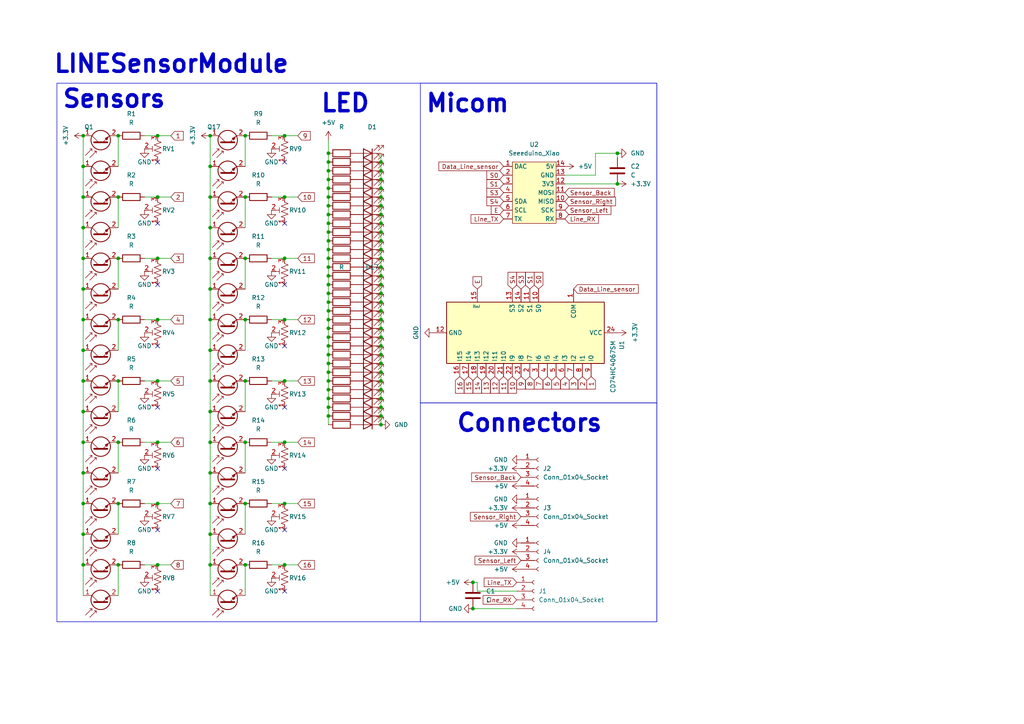
<source format=kicad_sch>
(kicad_sch (version 20230121) (generator eeschema)
  (paper "A4")
  (junction (at 60.96 137.16))
  (junction (at 110.49 74.93))
  (junction (at 110.49 80.01))
  (junction (at 137.16 168.91))
  (junction (at 95.25 90.17))
  (junction (at 110.49 90.17))
  (junction (at 110.49 87.63))
  (junction (at 95.25 54.61))
  (junction (at 60.96 154.94))
  (junction (at 24.13 83.82))
  (junction (at 82.55 110.49))
  (junction (at 71.12 74.93))
  (junction (at 45.72 57.15))
  (junction (at 179.07 44.45))
  (junction (at 71.12 128.27))
  (junction (at 110.49 57.15))
  (junction (at 95.25 102.87))
  (junction (at 45.72 163.83))
  (junction (at 110.49 49.53))
  (junction (at 24.13 110.49))
  (junction (at 82.55 128.27))
  (junction (at 45.72 110.49))
  (junction (at 60.96 48.26))
  (junction (at 24.13 163.83))
  (junction (at 45.72 146.05))
  (junction (at 110.49 100.33))
  (junction (at 95.25 67.31))
  (junction (at 24.13 146.05))
  (junction (at 110.49 107.95))
  (junction (at 60.96 101.6))
  (junction (at 82.55 146.05))
  (junction (at 95.25 82.55))
  (junction (at 71.12 57.15))
  (junction (at 110.49 85.09))
  (junction (at 24.13 128.27))
  (junction (at 71.12 146.05))
  (junction (at 95.25 80.01))
  (junction (at 45.72 74.93))
  (junction (at 82.55 74.93))
  (junction (at 82.55 163.83))
  (junction (at 110.49 118.11))
  (junction (at 95.25 115.57))
  (junction (at 95.25 74.93))
  (junction (at 95.25 95.25))
  (junction (at 24.13 39.37))
  (junction (at 110.49 123.19))
  (junction (at 95.25 92.71))
  (junction (at 60.96 39.37))
  (junction (at 95.25 118.11))
  (junction (at 95.25 69.85))
  (junction (at 60.96 163.83))
  (junction (at 110.49 113.03))
  (junction (at 34.29 74.93))
  (junction (at 24.13 48.26))
  (junction (at 110.49 102.87))
  (junction (at 95.25 44.45))
  (junction (at 110.49 52.07))
  (junction (at 110.49 105.41))
  (junction (at 95.25 46.99))
  (junction (at 95.25 120.65))
  (junction (at 110.49 69.85))
  (junction (at 110.49 54.61))
  (junction (at 95.25 49.53))
  (junction (at 95.25 105.41))
  (junction (at 95.25 57.15))
  (junction (at 34.29 57.15))
  (junction (at 45.72 128.27))
  (junction (at 95.25 107.95))
  (junction (at 82.55 92.71))
  (junction (at 45.72 39.37))
  (junction (at 24.13 119.38))
  (junction (at 95.25 77.47))
  (junction (at 24.13 137.16))
  (junction (at 110.49 59.69))
  (junction (at 110.49 95.25))
  (junction (at 34.29 128.27))
  (junction (at 71.12 92.71))
  (junction (at 71.12 39.37))
  (junction (at 110.49 77.47))
  (junction (at 60.96 57.15))
  (junction (at 71.12 163.83))
  (junction (at 110.49 97.79))
  (junction (at 82.55 57.15))
  (junction (at 95.25 110.49))
  (junction (at 110.49 67.31))
  (junction (at 34.29 92.71))
  (junction (at 24.13 154.94))
  (junction (at 34.29 163.83))
  (junction (at 110.49 110.49))
  (junction (at 95.25 62.23))
  (junction (at 95.25 97.79))
  (junction (at 95.25 59.69))
  (junction (at 82.55 39.37))
  (junction (at 71.12 110.49))
  (junction (at 24.13 74.93))
  (junction (at 110.49 92.71))
  (junction (at 60.96 146.05))
  (junction (at 95.25 64.77))
  (junction (at 110.49 64.77))
  (junction (at 110.49 115.57))
  (junction (at 60.96 119.38))
  (junction (at 110.49 82.55))
  (junction (at 95.25 85.09))
  (junction (at 110.49 62.23))
  (junction (at 34.29 146.05))
  (junction (at 95.25 87.63))
  (junction (at 24.13 57.15))
  (junction (at 60.96 92.71))
  (junction (at 179.07 53.34))
  (junction (at 137.16 176.53))
  (junction (at 34.29 39.37))
  (junction (at 95.25 113.03))
  (junction (at 95.25 72.39))
  (junction (at 45.72 92.71))
  (junction (at 110.49 72.39))
  (junction (at 60.96 83.82))
  (junction (at 24.13 92.71))
  (junction (at 110.49 46.99))
  (junction (at 95.25 100.33))
  (junction (at 95.25 52.07))
  (junction (at 60.96 128.27))
  (junction (at 24.13 101.6))
  (junction (at 60.96 74.93))
  (junction (at 24.13 66.04))
  (junction (at 34.29 110.49))
  (junction (at 60.96 66.04))
  (junction (at 60.96 110.49))
  (junction (at 110.49 120.65))
  (no_connect (at 82.55 118.11))
  (no_connect (at 82.55 82.55))
  (no_connect (at 82.55 46.99))
  (no_connect (at 82.55 153.67))
  (no_connect (at 82.55 100.33))
  (no_connect (at 45.72 153.67))
  (no_connect (at 45.72 82.55))
  (no_connect (at 45.72 118.11))
  (no_connect (at 45.72 135.89))
  (no_connect (at 45.72 100.33))
  (no_connect (at 45.72 171.45))
  (no_connect (at 82.55 64.77))
  (no_connect (at 45.72 64.77))
  (no_connect (at 82.55 171.45))
  (no_connect (at 45.72 46.99))
  (no_connect (at 82.55 135.89))
  (wire (pts (xy 60.96 48.26) (xy 60.96 57.15)))
  (wire (pts (xy 34.29 57.15) (xy 34.29 66.04)))
  (wire (pts (xy 71.12 146.05) (xy 71.12 154.94)))
  (wire (pts (xy 110.49 72.39) (xy 110.49 74.93)))
  (wire (pts (xy 24.13 66.04) (xy 24.13 74.93)))
  (wire (pts (xy 110.49 69.85) (xy 110.49 72.39)))
  (wire (pts (xy 110.49 46.99) (xy 110.49 49.53)))
  (wire (pts (xy 82.55 146.05) (xy 86.36 146.05)))
  (wire (pts (xy 24.13 163.83) (xy 24.13 172.72)))
  (wire (pts (xy 60.96 57.15) (xy 60.96 66.04)))
  (wire (pts (xy 60.96 154.94) (xy 60.96 163.83)))
  (wire (pts (xy 60.96 146.05) (xy 60.96 154.94)))
  (wire (pts (xy 34.29 110.49) (xy 34.29 119.38)))
  (wire (pts (xy 71.12 74.93) (xy 71.12 83.82)))
  (wire (pts (xy 110.49 52.07) (xy 110.49 54.61)))
  (wire (pts (xy 41.91 146.05) (xy 45.72 146.05)))
  (wire (pts (xy 110.49 49.53) (xy 110.49 52.07)))
  (wire (pts (xy 41.91 57.15) (xy 45.72 57.15)))
  (wire (pts (xy 34.29 39.37) (xy 34.29 48.26)))
  (wire (pts (xy 60.96 74.93) (xy 60.96 83.82)))
  (wire (pts (xy 95.25 90.17) (xy 95.25 92.71)))
  (wire (pts (xy 24.13 48.26) (xy 24.13 57.15)))
  (wire (pts (xy 110.49 90.17) (xy 110.49 92.71)))
  (wire (pts (xy 24.13 39.37) (xy 24.13 48.26)))
  (wire (pts (xy 41.91 92.71) (xy 45.72 92.71)))
  (wire (pts (xy 137.16 168.91) (xy 138.43 168.91)))
  (wire (pts (xy 110.49 118.11) (xy 110.49 120.65)))
  (wire (pts (xy 34.29 163.83) (xy 34.29 172.72)))
  (wire (pts (xy 60.96 137.16) (xy 60.96 146.05)))
  (wire (pts (xy 24.13 57.15) (xy 24.13 66.04)))
  (wire (pts (xy 110.49 115.57) (xy 110.49 118.11)))
  (wire (pts (xy 110.49 95.25) (xy 110.49 92.71)))
  (wire (pts (xy 110.49 67.31) (xy 110.49 69.85)))
  (wire (pts (xy 110.49 115.57) (xy 110.49 113.03)))
  (wire (pts (xy 179.07 53.34) (xy 163.83 53.34)))
  (wire (pts (xy 95.25 44.45) (xy 95.25 46.99)))
  (wire (pts (xy 95.25 110.49) (xy 95.25 113.03)))
  (wire (pts (xy 95.25 49.53) (xy 95.25 52.07)))
  (wire (pts (xy 172.72 44.45) (xy 172.72 50.8)))
  (wire (pts (xy 110.49 64.77) (xy 110.49 67.31)))
  (wire (pts (xy 78.74 57.15) (xy 82.55 57.15)))
  (wire (pts (xy 45.72 92.71) (xy 49.53 92.71)))
  (wire (pts (xy 95.25 64.77) (xy 95.25 67.31)))
  (wire (pts (xy 110.49 100.33) (xy 110.49 97.79)))
  (wire (pts (xy 24.13 137.16) (xy 24.13 146.05)))
  (wire (pts (xy 24.13 119.38) (xy 24.13 128.27)))
  (wire (pts (xy 95.25 97.79) (xy 95.25 100.33)))
  (wire (pts (xy 95.25 92.71) (xy 95.25 95.25)))
  (wire (pts (xy 60.96 163.83) (xy 60.96 172.72)))
  (wire (pts (xy 95.25 69.85) (xy 95.25 72.39)))
  (wire (pts (xy 82.55 57.15) (xy 86.36 57.15)))
  (wire (pts (xy 95.25 62.23) (xy 95.25 64.77)))
  (wire (pts (xy 71.12 92.71) (xy 71.12 101.6)))
  (wire (pts (xy 60.96 128.27) (xy 60.96 137.16)))
  (wire (pts (xy 110.49 57.15) (xy 110.49 59.69)))
  (wire (pts (xy 95.25 77.47) (xy 95.25 80.01)))
  (wire (pts (xy 82.55 39.37) (xy 86.36 39.37)))
  (wire (pts (xy 24.13 83.82) (xy 24.13 92.71)))
  (wire (pts (xy 172.72 50.8) (xy 163.83 50.8)))
  (wire (pts (xy 110.49 59.69) (xy 110.49 62.23)))
  (wire (pts (xy 138.43 168.91) (xy 138.43 171.45)))
  (wire (pts (xy 95.25 120.65) (xy 95.25 123.19)))
  (wire (pts (xy 95.25 82.55) (xy 95.25 85.09)))
  (wire (pts (xy 71.12 163.83) (xy 71.12 172.72)))
  (wire (pts (xy 110.49 87.63) (xy 110.49 85.09)))
  (wire (pts (xy 78.74 92.71) (xy 82.55 92.71)))
  (wire (pts (xy 34.29 146.05) (xy 34.29 154.94)))
  (wire (pts (xy 45.72 110.49) (xy 49.53 110.49)))
  (wire (pts (xy 95.25 107.95) (xy 95.25 110.49)))
  (wire (pts (xy 82.55 110.49) (xy 86.36 110.49)))
  (wire (pts (xy 45.72 163.83) (xy 49.53 163.83)))
  (wire (pts (xy 138.43 171.45) (xy 149.86 171.45)))
  (wire (pts (xy 110.49 107.95) (xy 110.49 110.49)))
  (wire (pts (xy 95.25 113.03) (xy 95.25 115.57)))
  (wire (pts (xy 95.25 59.69) (xy 95.25 62.23)))
  (wire (pts (xy 60.96 39.37) (xy 60.96 48.26)))
  (wire (pts (xy 24.13 128.27) (xy 24.13 137.16)))
  (wire (pts (xy 95.25 80.01) (xy 95.25 82.55)))
  (wire (pts (xy 179.07 45.72) (xy 179.07 44.45)))
  (wire (pts (xy 95.25 105.41) (xy 95.25 107.95)))
  (wire (pts (xy 95.25 46.99) (xy 95.25 49.53)))
  (wire (pts (xy 95.25 74.93) (xy 95.25 77.47)))
  (wire (pts (xy 95.25 102.87) (xy 95.25 105.41)))
  (wire (pts (xy 110.49 100.33) (xy 110.49 102.87)))
  (wire (pts (xy 110.49 54.61) (xy 110.49 57.15)))
  (wire (pts (xy 24.13 74.93) (xy 24.13 83.82)))
  (wire (pts (xy 45.72 74.93) (xy 49.53 74.93)))
  (wire (pts (xy 110.49 80.01) (xy 110.49 82.55)))
  (wire (pts (xy 45.72 146.05) (xy 49.53 146.05)))
  (wire (pts (xy 95.25 52.07) (xy 95.25 54.61)))
  (wire (pts (xy 24.13 154.94) (xy 24.13 163.83)))
  (wire (pts (xy 95.25 57.15) (xy 95.25 59.69)))
  (wire (pts (xy 24.13 101.6) (xy 24.13 110.49)))
  (wire (pts (xy 110.49 62.23) (xy 110.49 64.77)))
  (wire (pts (xy 82.55 74.93) (xy 86.36 74.93)))
  (wire (pts (xy 41.91 163.83) (xy 45.72 163.83)))
  (wire (pts (xy 82.55 92.71) (xy 86.36 92.71)))
  (wire (pts (xy 110.49 77.47) (xy 110.49 80.01)))
  (wire (pts (xy 34.29 128.27) (xy 34.29 137.16)))
  (wire (pts (xy 110.49 44.45) (xy 110.49 46.99)))
  (wire (pts (xy 45.72 39.37) (xy 49.53 39.37)))
  (wire (pts (xy 110.49 105.41) (xy 110.49 107.95)))
  (wire (pts (xy 60.96 101.6) (xy 60.96 110.49)))
  (wire (pts (xy 78.74 110.49) (xy 82.55 110.49)))
  (wire (pts (xy 71.12 39.37) (xy 71.12 48.26)))
  (wire (pts (xy 71.12 128.27) (xy 71.12 137.16)))
  (wire (pts (xy 110.49 110.49) (xy 110.49 113.03)))
  (wire (pts (xy 60.96 110.49) (xy 60.96 119.38)))
  (wire (pts (xy 95.25 72.39) (xy 95.25 74.93)))
  (wire (pts (xy 95.25 40.64) (xy 95.25 44.45)))
  (wire (pts (xy 41.91 128.27) (xy 45.72 128.27)))
  (wire (pts (xy 41.91 39.37) (xy 45.72 39.37)))
  (wire (pts (xy 41.91 74.93) (xy 45.72 74.93)))
  (wire (pts (xy 60.96 92.71) (xy 60.96 101.6)))
  (wire (pts (xy 95.25 115.57) (xy 95.25 118.11)))
  (wire (pts (xy 110.49 85.09) (xy 110.49 82.55)))
  (wire (pts (xy 24.13 92.71) (xy 24.13 101.6)))
  (wire (pts (xy 78.74 128.27) (xy 82.55 128.27)))
  (wire (pts (xy 41.91 110.49) (xy 45.72 110.49)))
  (wire (pts (xy 110.49 87.63) (xy 110.49 90.17)))
  (wire (pts (xy 60.96 66.04) (xy 60.96 74.93)))
  (wire (pts (xy 137.16 176.53) (xy 149.86 176.53)))
  (wire (pts (xy 110.49 74.93) (xy 110.49 77.47)))
  (wire (pts (xy 95.25 87.63) (xy 95.25 90.17)))
  (wire (pts (xy 60.96 119.38) (xy 60.96 128.27)))
  (wire (pts (xy 95.25 100.33) (xy 95.25 102.87)))
  (wire (pts (xy 34.29 74.93) (xy 34.29 83.82)))
  (wire (pts (xy 95.25 67.31) (xy 95.25 69.85)))
  (wire (pts (xy 110.49 97.79) (xy 110.49 95.25)))
  (wire (pts (xy 95.25 54.61) (xy 95.25 57.15)))
  (wire (pts (xy 78.74 146.05) (xy 82.55 146.05)))
  (wire (pts (xy 78.74 39.37) (xy 82.55 39.37)))
  (wire (pts (xy 60.96 83.82) (xy 60.96 92.71)))
  (wire (pts (xy 110.49 102.87) (xy 110.49 105.41)))
  (wire (pts (xy 24.13 110.49) (xy 24.13 119.38)))
  (wire (pts (xy 24.13 146.05) (xy 24.13 154.94)))
  (wire (pts (xy 78.74 163.83) (xy 82.55 163.83)))
  (wire (pts (xy 82.55 163.83) (xy 86.36 163.83)))
  (wire (pts (xy 172.72 44.45) (xy 179.07 44.45)))
  (wire (pts (xy 95.25 118.11) (xy 95.25 120.65)))
  (wire (pts (xy 45.72 57.15) (xy 49.53 57.15)))
  (wire (pts (xy 45.72 128.27) (xy 49.53 128.27)))
  (wire (pts (xy 95.25 85.09) (xy 95.25 87.63)))
  (wire (pts (xy 82.55 128.27) (xy 86.36 128.27)))
  (wire (pts (xy 110.49 120.65) (xy 110.49 123.19)))
  (wire (pts (xy 34.29 92.71) (xy 34.29 101.6)))
  (wire (pts (xy 78.74 74.93) (xy 82.55 74.93)))
  (wire (pts (xy 71.12 57.15) (xy 71.12 66.04)))
  (wire (pts (xy 71.12 110.49) (xy 71.12 119.38)))
  (wire (pts (xy 95.25 95.25) (xy 95.25 97.79)))
  (rectangle (start 121.92 116.84) (end 190.5 180.34))
  (rectangle (start 121.92 24.13) (end 190.5 116.84))
  (rectangle (start 16.51 24.13) (end 190.5 180.34))
  (text "Connectors" (at 132.08 125.73 0) (effects (font (size 5 5) (thickness 1) bold) (justify left bottom)))
  (text "LED" (at 92.71 33.02 0) (effects (font (size 5 5) (thickness 1) bold) (justify left bottom)))
  (text "Sensors" (at 17.78 31.75 0) (effects (font (size 5 5) (thickness 1) bold) (justify left bottom)))
  (text "LINESensorModule" (at 15.24 21.59 0) (effects (font (size 5 5) bold) (justify left bottom)))
  (text "Micom" (at 123.19 33.02 0) (effects (font (size 5 5) (thickness 1) bold) (justify left bottom)))
  (global_label "S1" (shape input) (at 153.67 83.82 90) (property "Intersheetrefs" "${INTERSHEET_REFS}" (effects hide)))
  (global_label "2" (shape input) (at 168.91 109.22 270) (property "Intersheetrefs" "${INTERSHEET_REFS}" (effects hide)))
  (global_label "11" (shape input) (at 146.05 109.22 270) (property "Intersheetrefs" "${INTERSHEET_REFS}" (effects hide)))
  (global_label "14" (shape input) (at 138.43 109.22 270) (property "Intersheetrefs" "${INTERSHEET_REFS}" (effects hide)))
  (global_label "Sensor_Left" (shape input) (at 151.13 162.56 180) (property "Intersheetrefs" "${INTERSHEET_REFS}" (effects hide)))
  (global_label "Sensor_Right" (shape input) (at 151.13 149.86 180) (property "Intersheetrefs" "${INTERSHEET_REFS}" (effects hide)))
  (global_label "10" (shape input) (at 148.59 109.22 270) (property "Intersheetrefs" "${INTERSHEET_REFS}" (effects hide)))
  (global_label "15" (shape input) (at 135.89 109.22 270) (property "Intersheetrefs" "${INTERSHEET_REFS}" (effects hide)))
  (global_label "S4" (shape input) (at 146.05 58.42 180) (property "Intersheetrefs" "${INTERSHEET_REFS}" (effects hide)))
  (global_label "8" (shape input) (at 49.53 163.83 0) (property "Intersheetrefs" "${INTERSHEET_REFS}" (effects hide)))
  (global_label "9" (shape input) (at 86.36 39.37 0) (property "Intersheetrefs" "${INTERSHEET_REFS}" (effects hide)))
  (global_label "9" (shape input) (at 151.13 109.22 270) (property "Intersheetrefs" "${INTERSHEET_REFS}" (effects hide)))
  (global_label "3" (shape input) (at 49.53 74.93 0) (property "Intersheetrefs" "${INTERSHEET_REFS}" (effects hide)))
  (global_label "2" (shape input) (at 49.53 57.15 0) (property "Intersheetrefs" "${INTERSHEET_REFS}" (effects hide)))
  (global_label "6" (shape input) (at 158.75 109.22 270) (property "Intersheetrefs" "${INTERSHEET_REFS}" (effects hide)))
  (global_label "Line_RX" (shape input) (at 149.86 173.99 180) (property "Intersheetrefs" "${INTERSHEET_REFS}" (effects hide)))
  (global_label "S0" (shape input) (at 156.21 83.82 90) (property "Intersheetrefs" "${INTERSHEET_REFS}" (effects hide)))
  (global_label "6" (shape input) (at 49.53 128.27 0) (property "Intersheetrefs" "${INTERSHEET_REFS}" (effects hide)))
  (global_label "12" (shape input) (at 143.51 109.22 270) (property "Intersheetrefs" "${INTERSHEET_REFS}" (effects hide)))
  (global_label "Sensor_Back" (shape input) (at 163.83 55.88 0) (property "Intersheetrefs" "${INTERSHEET_REFS}" (effects hide)))
  (global_label "12" (shape input) (at 86.36 92.71 0) (property "Intersheetrefs" "${INTERSHEET_REFS}" (effects hide)))
  (global_label "Sensor_Left" (shape input) (at 163.83 60.96 0) (property "Intersheetrefs" "${INTERSHEET_REFS}" (effects hide)))
  (global_label "11" (shape input) (at 86.36 74.93 0) (property "Intersheetrefs" "${INTERSHEET_REFS}" (effects hide)))
  (global_label "10" (shape input) (at 86.36 57.15 0) (property "Intersheetrefs" "${INTERSHEET_REFS}" (effects hide)))
  (global_label "Data_Line_sensor" (shape input) (at 166.37 83.82 0) (property "Intersheetrefs" "${INTERSHEET_REFS}" (effects hide)))
  (global_label "16" (shape input) (at 86.36 163.83 0) (property "Intersheetrefs" "${INTERSHEET_REFS}" (effects hide)))
  (global_label "1" (shape input) (at 171.45 109.22 270) (property "Intersheetrefs" "${INTERSHEET_REFS}" (effects hide)))
  (global_label "3" (shape input) (at 166.37 109.22 270) (property "Intersheetrefs" "${INTERSHEET_REFS}" (effects hide)))
  (global_label "Sensor_Back" (shape input) (at 151.13 138.43 180) (property "Intersheetrefs" "${INTERSHEET_REFS}" (effects hide)))
  (global_label "7" (shape input) (at 49.53 146.05 0) (property "Intersheetrefs" "${INTERSHEET_REFS}" (effects hide)))
  (global_label "Data_Line_sensor" (shape input) (at 146.05 48.26 180) (property "Intersheetrefs" "${INTERSHEET_REFS}" (effects hide)))
  (global_label "15" (shape input) (at 86.36 146.05 0) (property "Intersheetrefs" "${INTERSHEET_REFS}" (effects hide)))
  (global_label "S4" (shape input) (at 148.59 83.82 90) (property "Intersheetrefs" "${INTERSHEET_REFS}" (effects hide)))
  (global_label "Sensor_Right" (shape input) (at 163.83 58.42 0) (property "Intersheetrefs" "${INTERSHEET_REFS}" (effects hide)))
  (global_label "E" (shape input) (at 146.05 60.96 180) (property "Intersheetrefs" "${INTERSHEET_REFS}" (effects hide)))
  (global_label "Line_RX" (shape input) (at 163.83 63.5 0) (property "Intersheetrefs" "${INTERSHEET_REFS}" (effects hide)))
  (global_label "14" (shape input) (at 86.36 128.27 0) (property "Intersheetrefs" "${INTERSHEET_REFS}" (effects hide)))
  (global_label "S1" (shape input) (at 146.05 53.34 180) (property "Intersheetrefs" "${INTERSHEET_REFS}" (effects hide)))
  (global_label "S3" (shape input) (at 151.13 83.82 90) (property "Intersheetrefs" "${INTERSHEET_REFS}" (effects hide)))
  (global_label "4" (shape input) (at 49.53 92.71 0) (property "Intersheetrefs" "${INTERSHEET_REFS}" (effects hide)))
  (global_label "S3" (shape input) (at 146.05 55.88 180) (property "Intersheetrefs" "${INTERSHEET_REFS}" (effects hide)))
  (global_label "16" (shape input) (at 133.35 109.22 270) (property "Intersheetrefs" "${INTERSHEET_REFS}" (effects hide)))
  (global_label "1" (shape input) (at 49.53 39.37 0) (property "Intersheetrefs" "${INTERSHEET_REFS}" (effects hide)))
  (global_label "5" (shape input) (at 161.29 109.22 270) (property "Intersheetrefs" "${INTERSHEET_REFS}" (effects hide)))
  (global_label "Line_TX" (shape input) (at 146.05 63.5 180) (property "Intersheetrefs" "${INTERSHEET_REFS}" (effects hide)))
  (global_label "Line_TX" (shape input) (at 149.86 168.91 180) (property "Intersheetrefs" "${INTERSHEET_REFS}" (effects hide)))
  (global_label "7" (shape input) (at 156.21 109.22 270) (property "Intersheetrefs" "${INTERSHEET_REFS}" (effects hide)))
  (global_label "13" (shape input) (at 140.97 109.22 270) (property "Intersheetrefs" "${INTERSHEET_REFS}" (effects hide)))
  (global_label "5" (shape input) (at 49.53 110.49 0) (property "Intersheetrefs" "${INTERSHEET_REFS}" (effects hide)))
  (global_label "S0" (shape input) (at 146.05 50.8 180) (property "Intersheetrefs" "${INTERSHEET_REFS}" (effects hide)))
  (global_label "8" (shape input) (at 153.67 109.22 270) (property "Intersheetrefs" "${INTERSHEET_REFS}" (effects hide)))
  (global_label "4" (shape input) (at 163.83 109.22 270) (property "Intersheetrefs" "${INTERSHEET_REFS}" (effects hide)))
  (global_label "13" (shape input) (at 86.36 110.49 0) (property "Intersheetrefs" "${INTERSHEET_REFS}" (effects hide)))
  (global_label "E" (shape input) (at 138.43 83.82 90) (property "Intersheetrefs" "${INTERSHEET_REFS}" (effects hide)))
  (symbol (lib_id "power:GND") (at 137.16 176.53 270) (unit 1)
    (property "Reference" "#PWR021" (effects hide))
    (property "Value" "GND" (at 132.08 176.53 90))
  )
  (symbol (lib_id "Device:R") (at 99.06 62.23 90) (unit 1)
    (property "Reference" "R24" (effects hide))
    (property "Value" "R" (effects hide))
    (property "Footprint" "Resistor_SMD:R_0805_2012Metric" (effects hide))
  )
  (symbol (lib_id "power:GND") (at 125.73 96.52 270) (unit 1)
    (property "Reference" "#PWR023" (effects hide))
    (property "Value" "GND" (at 120.65 96.52 0))
  )
  (symbol (lib_id "power:GND") (at 78.74 96.52 0) (unit 1)
    (property "Reference" "#PWR014" (effects hide))
    (property "Value" "GND" (at 78.74 100.33 0))
  )
  (symbol (lib_id "Device:R") (at 99.06 64.77 90) (unit 1)
    (property "Reference" "R25" (effects hide))
    (property "Value" "R" (effects hide))
    (property "Footprint" "Resistor_SMD:R_0805_2012Metric" (effects hide))
  )
  (symbol (lib_id "Device:R") (at 99.06 82.55 90) (unit 1)
    (property "Reference" "R32" (effects hide))
    (property "Value" "R" (effects hide))
    (property "Footprint" "Resistor_SMD:R_0805_2012Metric" (effects hide))
  )
  (symbol (lib_id "power:+3.3V") (at 151.13 147.32 90) (unit 1)
    (property "Reference" "#PWR028" (effects hide))
    (property "Value" "+3.3V" (at 147.32 147.32 90) (effects (justify left)))
  )
  (symbol (lib_id "Device:Q_Photo_NPN") (at 29.21 68.58 90) (unit 1)
    (property "Reference" "Q4" (effects hide))
    (property "Value" "Q_Photo_NPN" (effects hide))
    (property "Footprint" "LED_THT:LED_D3.0mm_Clear" (effects hide))
  )
  (symbol (lib_id "Device:R_Potentiometer_Trim_US") (at 45.72 149.86 180) (unit 1)
    (property "Reference" "RV7" (at 46.99 149.86 0) (effects (justify right)))
    (property "Value" "R_Potentiometer_Trim_US" (effects hide))
    (property "Footprint" "Potentiometer_SMD:Potentiometer_Vishay_TS53YJ_Vertical" (effects hide))
  )
  (symbol (lib_id "Device:R_Potentiometer_Trim_US") (at 82.55 132.08 180) (unit 1)
    (property "Reference" "RV14" (at 83.82 132.08 0) (effects (justify right)))
    (property "Value" "R_Potentiometer_Trim_US" (effects hide))
    (property "Footprint" "Potentiometer_SMD:Potentiometer_Vishay_TS53YJ_Vertical" (effects hide))
  )
  (symbol (lib_id "Device:R") (at 74.93 163.83 90) (unit 1)
    (property "Reference" "R16" (at 74.93 157.48 90))
    (property "Value" "R" (at 74.93 160.02 90))
    (property "Footprint" "Resistor_SMD:R_0805_2012Metric" (effects hide))
  )
  (symbol (lib_id "Connector:Conn_01x04_Socket") (at 156.21 147.32 0) (unit 1)
    (property "Reference" "J3" (at 157.48 147.32 0) (effects (justify left)))
    (property "Value" "Conn_01x04_Socket" (at 157.48 149.86 0) (effects (justify left)))
    (property "Footprint" "Connector_PinHeader_2.54mm:PinHeader_1x04_P2.54mm_Vertical" (effects hide))
  )
  (symbol (lib_id "power:GND") (at 110.49 123.19 90) (unit 1)
    (property "Reference" "#PWR022" (effects hide))
    (property "Value" "GND" (at 114.3 123.19 90) (effects (justify right)))
  )
  (symbol (lib_id "Device:R") (at 99.06 44.45 90) (unit 1)
    (property "Reference" "R17" (effects hide))
    (property "Value" "R" (effects hide))
    (property "Footprint" "Resistor_SMD:R_0805_2012Metric" (effects hide))
  )
  (symbol (lib_id "power:GND") (at 179.07 44.45 90) (unit 1)
    (property "Reference" "#PWR035" (effects hide))
    (property "Value" "GND" (at 182.88 44.45 90) (effects (justify right)))
  )
  (symbol (lib_id "power:+5V") (at 151.13 165.1 90) (unit 1)
    (property "Reference" "#PWR032" (effects hide))
    (property "Value" "+5V" (at 147.32 165.1 90) (effects (justify left)))
  )
  (symbol (lib_id "Device:Q_Photo_NPN") (at 66.04 50.8 90) (unit 1)
    (property "Reference" "Q18" (effects hide))
    (property "Value" "Q_Photo_NPN" (effects hide))
    (property "Footprint" "LED_THT:LED_D3.0mm_Clear" (effects hide))
  )
  (symbol (lib_id "power:GND") (at 151.13 133.35 270) (unit 1)
    (property "Reference" "#PWR024" (effects hide))
    (property "Value" "GND" (at 147.32 133.35 90) (effects (justify right)))
  )
  (symbol (lib_id "power:+3.3V") (at 151.13 160.02 90) (unit 1)
    (property "Reference" "#PWR031" (effects hide))
    (property "Value" "+3.3V" (at 147.32 160.02 90) (effects (justify left)))
  )
  (symbol (lib_id "power:GND") (at 78.74 114.3 0) (unit 1)
    (property "Reference" "#PWR015" (effects hide))
    (property "Value" "GND" (at 78.74 118.11 0))
  )
  (symbol (lib_id "Device:Q_Photo_NPN") (at 66.04 59.69 90) (unit 1)
    (property "Reference" "Q19" (effects hide))
    (property "Value" "Q_Photo_NPN" (effects hide))
    (property "Footprint" "LED_THT:LED_D3.0mm_Clear" (effects hide))
  )
  (symbol (lib_id "Device:LED") (at 106.68 72.39 180) (unit 1)
    (property "Reference" "D12" (effects hide))
    (property "Value" "LED" (effects hide))
    (property "Footprint" "LED_THT:LED_D3.0mm_Clear" (effects hide))
  )
  (symbol (lib_id "Device:R") (at 99.06 49.53 90) (unit 1)
    (property "Reference" "R19" (effects hide))
    (property "Value" "R" (at 99.06 36.83 90))
    (property "Footprint" "Resistor_SMD:R_0805_2012Metric" (effects hide))
  )
  (symbol (lib_id "Device:LED") (at 106.68 87.63 180) (unit 1)
    (property "Reference" "D18" (effects hide))
    (property "Value" "LED" (effects hide))
    (property "Footprint" "LED_THT:LED_D3.0mm_Clear" (effects hide))
  )
  (symbol (lib_id "Device:Q_Photo_NPN") (at 66.04 148.59 90) (unit 1)
    (property "Reference" "Q29" (effects hide))
    (property "Value" "Q_Photo_NPN" (effects hide))
    (property "Footprint" "LED_THT:LED_D3.0mm_Clear" (effects hide))
  )
  (symbol (lib_id "Device:R") (at 99.06 92.71 90) (unit 1)
    (property "Reference" "R36" (effects hide))
    (property "Value" "R" (effects hide))
    (property "Footprint" "Resistor_SMD:R_0805_2012Metric" (effects hide))
  )
  (symbol (lib_id "Device:LED") (at 106.68 74.93 180) (unit 1)
    (property "Reference" "D13" (effects hide))
    (property "Value" "LED" (effects hide))
    (property "Footprint" "LED_THT:LED_D3.0mm_Clear" (effects hide))
  )
  (symbol (lib_id "Device:LED") (at 106.68 90.17 180) (unit 1)
    (property "Reference" "D19" (effects hide))
    (property "Value" "LED" (effects hide))
    (property "Footprint" "LED_THT:LED_D3.0mm_Clear" (effects hide))
  )
  (symbol (lib_id "Device:R") (at 99.06 110.49 90) (unit 1)
    (property "Reference" "R43" (effects hide))
    (property "Value" "R" (effects hide))
    (property "Footprint" "Resistor_SMD:R_0805_2012Metric" (effects hide))
  )
  (symbol (lib_id "Device:R") (at 99.06 97.79 90) (unit 1)
    (property "Reference" "R38" (effects hide))
    (property "Value" "R" (effects hide))
    (property "Footprint" "Resistor_SMD:R_0805_2012Metric" (effects hide))
  )
  (symbol (lib_id "Device:R_Potentiometer_Trim_US") (at 82.55 149.86 180) (unit 1)
    (property "Reference" "RV15" (at 83.82 149.86 0) (effects (justify right)))
    (property "Value" "R_Potentiometer_Trim_US" (effects hide))
    (property "Footprint" "Potentiometer_SMD:Potentiometer_Vishay_TS53YJ_Vertical" (effects hide))
  )
  (symbol (lib_id "Device:R") (at 99.06 52.07 90) (unit 1)
    (property "Reference" "R20" (effects hide))
    (property "Value" "R" (effects hide))
    (property "Footprint" "Resistor_SMD:R_0805_2012Metric" (effects hide))
  )
  (symbol (lib_id "Device:LED") (at 106.68 57.15 180) (unit 1)
    (property "Reference" "D6" (effects hide))
    (property "Value" "LED" (effects hide))
    (property "Footprint" "LED_THT:LED_D3.0mm_Clear" (effects hide))
  )
  (symbol (lib_id "Device:Q_Photo_NPN") (at 29.21 113.03 90) (unit 1)
    (property "Reference" "Q9" (effects hide))
    (property "Value" "Q_Photo_NPN" (effects hide))
    (property "Footprint" "LED_THT:LED_D3.0mm_Clear" (effects hide))
  )
  (symbol (lib_id "Device:R") (at 99.06 80.01 90) (unit 1)
    (property "Reference" "R31" (effects hide))
    (property "Value" "R" (effects hide))
    (property "Footprint" "Resistor_SMD:R_0805_2012Metric" (effects hide))
  )
  (symbol (lib_id "Connector:Conn_01x04_Socket") (at 156.21 135.89 0) (unit 1)
    (property "Reference" "J2" (at 157.48 135.89 0) (effects (justify left)))
    (property "Value" "Conn_01x04_Socket" (at 157.48 138.43 0) (effects (justify left)))
    (property "Footprint" "Connector_PinHeader_2.54mm:PinHeader_1x04_P2.54mm_Vertical" (effects hide))
  )
  (symbol (lib_id "Device:LED") (at 106.68 67.31 180) (unit 1)
    (property "Reference" "D10" (effects hide))
    (property "Value" "LED" (effects hide))
    (property "Footprint" "LED_THT:LED_D3.0mm_Clear" (effects hide))
  )
  (symbol (lib_id "power:GND") (at 41.91 114.3 0) (unit 1)
    (property "Reference" "#PWR06" (effects hide))
    (property "Value" "GND" (at 41.91 118.11 0))
  )
  (symbol (lib_id "power:+5V") (at 95.25 40.64 0) (unit 1)
    (property "Reference" "#PWR019" (effects hide))
    (property "Value" "+5V" (at 95.25 35.56 0))
  )
  (symbol (lib_id "Device:Q_Photo_NPN") (at 66.04 121.92 90) (unit 1)
    (property "Reference" "Q26" (effects hide))
    (property "Value" "Q_Photo_NPN" (effects hide))
    (property "Footprint" "LED_THT:LED_D3.0mm_Clear" (effects hide))
  )
  (symbol (lib_id "Device:R") (at 74.93 57.15 90) (unit 1)
    (property "Reference" "R10" (at 74.93 50.8 90))
    (property "Value" "R" (at 74.93 53.34 90))
    (property "Footprint" "Resistor_SMD:R_0805_2012Metric" (effects hide))
  )
  (symbol (lib_id "Device:Q_Photo_NPN") (at 29.21 175.26 90) (unit 1)
    (property "Reference" "Q16" (effects hide))
    (property "Value" "Q_Photo_NPN" (effects hide))
    (property "Footprint" "LED_THT:LED_D3.0mm_Clear" (effects hide))
  )
  (symbol (lib_id "power:GND") (at 41.91 132.08 0) (unit 1)
    (property "Reference" "#PWR07" (effects hide))
    (property "Value" "GND" (at 41.91 135.89 0))
  )
  (symbol (lib_id "Connector:Conn_01x04_Socket") (at 154.94 171.45 0) (unit 1)
    (property "Reference" "J1" (at 156.21 171.45 0) (effects (justify left)))
    (property "Value" "Conn_01x04_Socket" (at 156.21 173.99 0) (effects (justify left)))
    (property "Footprint" "Connector_JST:JST_XH_S4B-XH-A_1x04_P2.50mm_Horizontal" (effects hide))
  )
  (symbol (lib_id "Device:LED") (at 106.68 100.33 180) (unit 1)
    (property "Reference" "D23" (effects hide))
    (property "Value" "LED" (effects hide))
    (property "Footprint" "LED_THT:LED_D3.0mm_Clear" (effects hide))
  )
  (symbol (lib_id "power:+5V") (at 163.83 48.26 270) (unit 1)
    (property "Reference" "#PWR034" (effects hide))
    (property "Value" "+5V" (at 167.64 48.26 90) (effects (justify left)))
  )
  (symbol (lib_id "power:GND") (at 41.91 60.96 0) (unit 1)
    (property "Reference" "#PWR03" (effects hide))
    (property "Value" "GND" (at 41.91 64.77 0))
  )
  (symbol (lib_id "Device:Q_Photo_NPN") (at 66.04 166.37 90) (unit 1)
    (property "Reference" "Q31" (effects hide))
    (property "Value" "Q_Photo_NPN" (effects hide))
    (property "Footprint" "LED_THT:LED_D3.0mm_Clear" (effects hide))
  )
  (symbol (lib_id "Device:R_Potentiometer_Trim_US") (at 82.55 96.52 180) (unit 1)
    (property "Reference" "RV12" (at 83.82 96.52 0) (effects (justify right)))
    (property "Value" "R_Potentiometer_Trim_US" (effects hide))
    (property "Footprint" "Potentiometer_SMD:Potentiometer_Vishay_TS53YJ_Vertical" (effects hide))
  )
  (symbol (lib_id "Device:LED") (at 106.68 46.99 180) (unit 1)
    (property "Reference" "D2" (effects hide))
    (property "Value" "LED" (effects hide))
    (property "Footprint" "LED_THT:LED_D3.0mm_Clear" (effects hide))
  )
  (symbol (lib_id "Device:LED") (at 106.68 92.71 180) (unit 1)
    (property "Reference" "D20" (effects hide))
    (property "Value" "LED" (effects hide))
    (property "Footprint" "LED_THT:LED_D3.0mm_Clear" (effects hide))
  )
  (symbol (lib_id "power:GND") (at 41.91 167.64 0) (unit 1)
    (property "Reference" "#PWR09" (effects hide))
    (property "Value" "GND" (at 41.91 171.45 0))
  )
  (symbol (lib_id "Device:R_Potentiometer_Trim_US") (at 82.55 60.96 180) (unit 1)
    (property "Reference" "RV10" (at 83.82 60.96 0) (effects (justify right)))
    (property "Value" "R_Potentiometer_Trim_US" (effects hide))
    (property "Footprint" "Potentiometer_SMD:Potentiometer_Vishay_TS53YJ_Vertical" (effects hide))
  )
  (symbol (lib_id "Device:C") (at 179.07 49.53 0) (unit 1)
    (property "Reference" "C2" (at 182.88 48.26 0) (effects (justify left)))
    (property "Value" "C" (at 182.88 50.8 0) (effects (justify left)))
    (property "Footprint" "Connector_PinHeader_2.54mm:PinHeader_1x02_P2.54mm_Vertical" (effects hide))
  )
  (symbol (lib_id "Device:LED") (at 106.68 113.03 180) (unit 1)
    (property "Reference" "D28" (effects hide))
    (property "Value" "LED" (effects hide))
    (property "Footprint" "LED_THT:LED_D3.0mm_Clear" (effects hide))
  )
  (symbol (lib_id "Device:R_Potentiometer_Trim_US") (at 45.72 43.18 180) (unit 1)
    (property "Reference" "RV1" (at 46.99 43.18 0) (effects (justify right)))
    (property "Value" "R_Potentiometer_Trim_US" (effects hide))
    (property "Footprint" "Potentiometer_SMD:Potentiometer_Vishay_TS53YJ_Vertical" (effects hide))
  )
  (symbol (lib_id "Device:LED") (at 106.68 62.23 180) (unit 1)
    (property "Reference" "D8" (effects hide))
    (property "Value" "LED" (effects hide))
    (property "Footprint" "LED_THT:LED_D3.0mm_Clear" (effects hide))
  )
  (symbol (lib_id "Device:R") (at 99.06 77.47 90) (unit 1)
    (property "Reference" "R30" (effects hide))
    (property "Value" "R" (effects hide))
    (property "Footprint" "Resistor_SMD:R_0805_2012Metric" (effects hide))
  )
  (symbol (lib_id "Device:LED") (at 106.68 95.25 180) (unit 1)
    (property "Reference" "D21" (effects hide))
    (property "Value" "LED" (effects hide))
    (property "Footprint" "LED_THT:LED_D3.0mm_Clear" (effects hide))
  )
  (symbol (lib_id "power:+3.3V") (at 179.07 53.34 270) (unit 1)
    (property "Reference" "#PWR036" (effects hide))
    (property "Value" "+3.3V" (at 182.88 53.34 90) (effects (justify left)))
  )
  (symbol (lib_id "Device:R") (at 99.06 59.69 90) (unit 1)
    (property "Reference" "R23" (effects hide))
    (property "Value" "R" (effects hide))
    (property "Footprint" "Resistor_SMD:R_0805_2012Metric" (effects hide))
  )
  (symbol (lib_id "power:+5V") (at 151.13 140.97 90) (unit 1)
    (property "Reference" "#PWR026" (effects hide))
    (property "Value" "+5V" (at 147.32 140.97 90) (effects (justify left)))
  )
  (symbol (lib_id "power:GND") (at 41.91 43.18 0) (unit 1)
    (property "Reference" "#PWR02" (effects hide))
    (property "Value" "GND" (at 41.91 46.99 0))
  )
  (symbol (lib_id "Device:R") (at 99.06 105.41 90) (unit 1)
    (property "Reference" "R41" (effects hide))
    (property "Value" "R" (effects hide))
    (property "Footprint" "Resistor_SMD:R_0805_2012Metric" (effects hide))
  )
  (symbol (lib_id "Device:R") (at 99.06 72.39 90) (unit 1)
    (property "Reference" "R28" (effects hide))
    (property "Value" "R" (effects hide))
    (property "Footprint" "Resistor_SMD:R_0805_2012Metric" (effects hide))
  )
  (symbol (lib_id "power:GND") (at 41.91 96.52 0) (unit 1)
    (property "Reference" "#PWR05" (effects hide))
    (property "Value" "GND" (at 41.91 100.33 0))
  )
  (symbol (lib_id "Device:Q_Photo_NPN") (at 66.04 77.47 90) (unit 1)
    (property "Reference" "Q21" (effects hide))
    (property "Value" "Q_Photo_NPN" (effects hide))
    (property "Footprint" "LED_THT:LED_D3.0mm_Clear" (effects hide))
  )
  (symbol (lib_id "Device:R") (at 99.06 123.19 90) (unit 1)
    (property "Reference" "R48" (effects hide))
    (property "Value" "R" (effects hide))
    (property "Footprint" "Resistor_SMD:R_0805_2012Metric" (effects hide))
  )
  (symbol (lib_id "Device:LED") (at 106.68 80.01 180) (unit 1)
    (property "Reference" "D15" (effects hide))
    (property "Value" "LED" (effects hide))
    (property "Footprint" "LED_THT:LED_D3.0mm_Clear" (effects hide))
  )
  (symbol (lib_id "power:GND") (at 41.91 149.86 0) (unit 1)
    (property "Reference" "#PWR08" (effects hide))
    (property "Value" "GND" (at 41.91 153.67 0))
  )
  (symbol (lib_id "Device:R") (at 99.06 87.63 90) (unit 1)
    (property "Reference" "R34" (effects hide))
    (property "Value" "R" (effects hide))
    (property "Footprint" "Resistor_SMD:R_0805_2012Metric" (effects hide))
  )
  (symbol (lib_id "Device:Q_Photo_NPN") (at 66.04 86.36 90) (unit 1)
    (property "Reference" "Q22" (effects hide))
    (property "Value" "Q_Photo_NPN" (effects hide))
    (property "Footprint" "LED_THT:LED_D3.0mm_Clear" (effects hide))
  )
  (symbol (lib_id "seeeduino_xiao:Seeeduino_Xiao") (at 154.94 54.61 0) (unit 1)
    (property "Reference" "U2" (at 154.94 41.91 0))
    (property "Value" "Seeeduino_Xiao" (at 154.94 44.45 0))
    (property "Footprint" "Seeeduino_Xiao:seeeduinoXIAO" (effects hide))
  )
  (symbol (lib_id "Device:R_Potentiometer_Trim_US") (at 82.55 167.64 180) (unit 1)
    (property "Reference" "RV16" (at 83.82 167.64 0) (effects (justify right)))
    (property "Value" "R_Potentiometer_Trim_US" (effects hide))
    (property "Footprint" "Potentiometer_SMD:Potentiometer_Vishay_TS53YJ_Vertical" (effects hide))
  )
  (symbol (lib_id "Device:LED") (at 106.68 105.41 180) (unit 1)
    (property "Reference" "D25" (effects hide))
    (property "Value" "LED" (effects hide))
    (property "Footprint" "LED_THT:LED_D3.0mm_Clear" (effects hide))
  )
  (symbol (lib_id "Device:R") (at 99.06 102.87 90) (unit 1)
    (property "Reference" "R40" (effects hide))
    (property "Value" "R" (effects hide))
    (property "Footprint" "Resistor_SMD:R_0805_2012Metric" (effects hide))
  )
  (symbol (lib_id "Device:Q_Photo_NPN") (at 29.21 50.8 90) (unit 1)
    (property "Reference" "Q2" (effects hide))
    (property "Value" "Q_Photo_NPN" (effects hide))
    (property "Footprint" "LED_THT:LED_D3.0mm_Clear" (effects hide))
  )
  (symbol (lib_id "Device:LED") (at 106.68 97.79 180) (unit 1)
    (property "Reference" "D22" (effects hide))
    (property "Value" "LED" (effects hide))
    (property "Footprint" "LED_THT:LED_D3.0mm_Clear" (effects hide))
  )
  (symbol (lib_id "power:GND") (at 78.74 60.96 0) (unit 1)
    (property "Reference" "#PWR012" (effects hide))
    (property "Value" "GND" (at 78.74 64.77 0))
  )
  (symbol (lib_id "Device:R") (at 38.1 92.71 90) (unit 1)
    (property "Reference" "R4" (at 38.1 86.36 90))
    (property "Value" "R" (at 38.1 88.9 90))
    (property "Footprint" "Resistor_SMD:R_0805_2012Metric" (effects hide))
  )
  (symbol (lib_id "74xx:CD74HC4067SM") (at 153.67 96.52 270) (unit 1)
    (property "Reference" "U1" (at 180.34 98.7141 0) (effects (justify left)))
    (property "Value" "CD74HC4067SM" (at 177.8 98.7141 0) (effects (justify left)))
    (property "Footprint" "Package_SO:SSOP-24_5.3x8.2mm_P0.65mm" (effects hide))
    (property "Datasheet" "http://www.ti.com/lit/ds/symlink/cd74hc4067.pdf" (effects hide))
  )
  (symbol (lib_id "Device:R") (at 38.1 163.83 90) (unit 1)
    (property "Reference" "R8" (at 38.1 157.48 90))
    (property "Value" "R" (at 38.1 160.02 90))
    (property "Footprint" "Resistor_SMD:R_0805_2012Metric" (effects hide))
  )
  (symbol (lib_id "Device:R") (at 74.93 146.05 90) (unit 1)
    (property "Reference" "R15" (at 74.93 139.7 90))
    (property "Value" "R" (at 74.93 142.24 90))
    (property "Footprint" "Resistor_SMD:R_0805_2012Metric" (effects hide))
  )
  (symbol (lib_id "Device:R") (at 99.06 74.93 90) (unit 1)
    (property "Reference" "R29" (effects hide))
    (property "Value" "R" (effects hide))
    (property "Footprint" "Resistor_SMD:R_0805_2012Metric" (effects hide))
  )
  (symbol (lib_id "Device:R") (at 38.1 128.27 90) (unit 1)
    (property "Reference" "R6" (at 38.1 121.92 90))
    (property "Value" "R" (at 38.1 124.46 90))
    (property "Footprint" "Resistor_SMD:R_0805_2012Metric" (effects hide))
  )
  (symbol (lib_id "Device:R") (at 38.1 74.93 90) (unit 1)
    (property "Reference" "R3" (at 38.1 68.58 90))
    (property "Value" "R" (at 38.1 71.12 90))
    (property "Footprint" "Resistor_SMD:R_0805_2012Metric" (effects hide))
  )
  (symbol (lib_id "Device:R") (at 38.1 39.37 90) (unit 1)
    (property "Reference" "R1" (at 38.1 33.02 90))
    (property "Value" "R" (at 38.1 35.56 90))
    (property "Footprint" "Resistor_SMD:R_0805_2012Metric" (effects hide))
  )
  (symbol (lib_id "Device:LED") (at 106.68 118.11 180) (unit 1)
    (property "Reference" "D30" (effects hide))
    (property "Value" "LED" (effects hide))
    (property "Footprint" "LED_THT:LED_D3.0mm_Clear" (effects hide))
  )
  (symbol (lib_id "Device:R") (at 38.1 110.49 90) (unit 1)
    (property "Reference" "R5" (at 38.1 104.14 90))
    (property "Value" "R" (at 38.1 106.68 90))
    (property "Footprint" "Resistor_SMD:R_0805_2012Metric" (effects hide))
  )
  (symbol (lib_id "power:+5V") (at 137.16 168.91 90) (unit 1)
    (property "Reference" "#PWR020" (effects hide))
    (property "Value" "+5V" (at 133.35 168.91 90) (effects (justify left)))
  )
  (symbol (lib_id "Device:Q_Photo_NPN") (at 29.21 41.91 90) (unit 1)
    (property "Reference" "Q1" (at 27.1907 36.83 90) (effects (justify left)))
    (property "Value" "Q_Photo_NPN" (effects hide))
    (property "Footprint" "LED_THT:LED_D3.0mm_Clear" (effects hide))
  )
  (symbol (lib_id "Device:Q_Photo_NPN") (at 29.21 139.7 90) (unit 1)
    (property "Reference" "Q12" (effects hide))
    (property "Value" "Q_Photo_NPN" (effects hide))
    (property "Footprint" "LED_THT:LED_D3.0mm_Clear" (effects hide))
  )
  (symbol (lib_id "Device:Q_Photo_NPN") (at 29.21 148.59 90) (unit 1)
    (property "Reference" "Q13" (effects hide))
    (property "Value" "Q_Photo_NPN" (effects hide))
    (property "Footprint" "LED_THT:LED_D3.0mm_Clear" (effects hide))
  )
  (symbol (lib_id "Device:R") (at 74.93 92.71 90) (unit 1)
    (property "Reference" "R12" (at 74.93 86.36 90))
    (property "Value" "R" (at 74.93 88.9 90))
    (property "Footprint" "Resistor_SMD:R_0805_2012Metric" (effects hide))
  )
  (symbol (lib_id "Device:LED") (at 106.68 120.65 180) (unit 1)
    (property "Reference" "D31" (effects hide))
    (property "Value" "LED" (effects hide))
    (property "Footprint" "LED_THT:LED_D3.0mm_Clear" (effects hide))
  )
  (symbol (lib_id "Device:LED") (at 106.68 64.77 180) (unit 1)
    (property "Reference" "D9" (effects hide))
    (property "Value" "LED" (effects hide))
    (property "Footprint" "LED_THT:LED_D3.0mm_Clear" (effects hide))
  )
  (symbol (lib_id "Device:R_Potentiometer_Trim_US") (at 45.72 132.08 180) (unit 1)
    (property "Reference" "RV6" (at 46.99 132.08 0) (effects (justify right)))
    (property "Value" "R_Potentiometer_Trim_US" (effects hide))
    (property "Footprint" "Potentiometer_SMD:Potentiometer_Vishay_TS53YJ_Vertical" (effects hide))
  )
  (symbol (lib_id "Device:R") (at 99.06 95.25 90) (unit 1)
    (property "Reference" "R37" (effects hide))
    (property "Value" "R" (effects hide))
    (property "Footprint" "Resistor_SMD:R_0805_2012Metric" (effects hide))
  )
  (symbol (lib_id "Device:LED") (at 106.68 54.61 180) (unit 1)
    (property "Reference" "D5" (effects hide))
    (property "Value" "LED" (effects hide))
    (property "Footprint" "LED_THT:LED_D3.0mm_Clear" (effects hide))
  )
  (symbol (lib_id "Device:R_Potentiometer_Trim_US") (at 45.72 96.52 180) (unit 1)
    (property "Reference" "RV4" (at 46.99 96.52 0) (effects (justify right)))
    (property "Value" "R_Potentiometer_Trim_US" (effects hide))
    (property "Footprint" "Potentiometer_SMD:Potentiometer_Vishay_TS53YJ_Vertical" (effects hide))
  )
  (symbol (lib_id "Device:R_Potentiometer_Trim_US") (at 82.55 78.74 180) (unit 1)
    (property "Reference" "RV11" (at 83.82 78.74 0) (effects (justify right)))
    (property "Value" "R_Potentiometer_Trim_US" (effects hide))
    (property "Footprint" "Potentiometer_SMD:Potentiometer_Vishay_TS53YJ_Vertical" (effects hide))
  )
  (symbol (lib_id "Connector:Conn_01x04_Socket") (at 156.21 160.02 0) (unit 1)
    (property "Reference" "J4" (at 157.48 160.02 0) (effects (justify left)))
    (property "Value" "Conn_01x04_Socket" (at 157.48 162.56 0) (effects (justify left)))
    (property "Footprint" "Connector_PinHeader_2.54mm:PinHeader_1x04_P2.54mm_Vertical" (effects hide))
  )
  (symbol (lib_id "Device:Q_Photo_NPN") (at 66.04 139.7 90) (unit 1)
    (property "Reference" "Q28" (effects hide))
    (property "Value" "Q_Photo_NPN" (effects hide))
    (property "Footprint" "LED_THT:LED_D3.0mm_Clear" (effects hide))
  )
  (symbol (lib_id "Device:LED") (at 106.68 115.57 180) (unit 1)
    (property "Reference" "D29" (effects hide))
    (property "Value" "LED" (effects hide))
    (property "Footprint" "LED_THT:LED_D3.0mm_Clear" (effects hide))
  )
  (symbol (lib_id "Device:LED") (at 106.68 82.55 180) (unit 1)
    (property "Reference" "D16" (effects hide))
    (property "Value" "LED" (effects hide))
    (property "Footprint" "LED_THT:LED_D3.0mm_Clear" (effects hide))
  )
  (symbol (lib_id "Device:R") (at 99.06 120.65 90) (unit 1)
    (property "Reference" "R47" (effects hide))
    (property "Value" "R" (effects hide))
    (property "Footprint" "Resistor_SMD:R_0805_2012Metric" (effects hide))
  )
  (symbol (lib_id "power:GND") (at 151.13 144.78 270) (unit 1)
    (property "Reference" "#PWR027" (effects hide))
    (property "Value" "GND" (at 147.32 144.78 90) (effects (justify right)))
  )
  (symbol (lib_id "power:+3.3V") (at 179.07 96.52 270) (unit 1)
    (property "Reference" "#PWR033" (effects hide))
    (property "Value" "+3.3V" (at 184.15 96.52 0))
  )
  (symbol (lib_id "Device:R") (at 74.93 39.37 90) (unit 1)
    (property "Reference" "R9" (at 74.93 33.02 90))
    (property "Value" "R" (at 74.93 35.56 90))
    (property "Footprint" "Resistor_SMD:R_0805_2012Metric" (effects hide))
  )
  (symbol (lib_id "Device:R") (at 99.06 113.03 90) (unit 1)
    (property "Reference" "R44" (effects hide))
    (property "Value" "R" (effects hide))
    (property "Footprint" "Resistor_SMD:R_0805_2012Metric" (effects hide))
  )
  (symbol (lib_id "Device:LED") (at 106.68 59.69 180) (unit 1)
    (property "Reference" "D7" (effects hide))
    (property "Value" "LED" (effects hide))
    (property "Footprint" "LED_THT:LED_D3.0mm_Clear" (effects hide))
  )
  (symbol (lib_id "Device:Q_Photo_NPN") (at 29.21 121.92 90) (unit 1)
    (property "Reference" "Q10" (effects hide))
    (property "Value" "Q_Photo_NPN" (effects hide))
    (property "Footprint" "LED_THT:LED_D3.0mm_Clear" (effects hide))
  )
  (symbol (lib_id "Device:R") (at 74.93 110.49 90) (unit 1)
    (property "Reference" "R13" (at 74.93 104.14 90))
    (property "Value" "R" (at 74.93 106.68 90))
    (property "Footprint" "Resistor_SMD:R_0805_2012Metric" (effects hide))
  )
  (symbol (lib_id "Device:R") (at 74.93 74.93 90) (unit 1)
    (property "Reference" "R11" (at 74.93 68.58 90))
    (property "Value" "R" (at 74.93 71.12 90))
    (property "Footprint" "Resistor_SMD:R_0805_2012Metric" (effects hide))
  )
  (symbol (lib_id "Device:Q_Photo_NPN") (at 29.21 59.69 90) (unit 1)
    (property "Reference" "Q3" (effects hide))
    (property "Value" "Q_Photo_NPN" (effects hide))
    (property "Footprint" "LED_THT:LED_D3.0mm_Clear" (effects hide))
  )
  (symbol (lib_id "Device:R") (at 99.06 85.09 90) (unit 1)
    (property "Reference" "R33" (effects hide))
    (property "Value" "R" (effects hide))
    (property "Footprint" "Resistor_SMD:R_0805_2012Metric" (effects hide))
  )
  (symbol (lib_id "Device:Q_Photo_NPN") (at 66.04 157.48 90) (unit 1)
    (property "Reference" "Q30" (effects hide))
    (property "Value" "Q_Photo_NPN" (effects hide))
    (property "Footprint" "LED_THT:LED_D3.0mm_Clear" (effects hide))
  )
  (symbol (lib_id "Device:R") (at 38.1 146.05 90) (unit 1)
    (property "Reference" "R7" (at 38.1 139.7 90))
    (property "Value" "R" (at 38.1 142.24 90))
    (property "Footprint" "Resistor_SMD:R_0805_2012Metric" (effects hide))
  )
  (symbol (lib_id "Device:R") (at 99.06 57.15 90) (unit 1)
    (property "Reference" "R22" (effects hide))
    (property "Value" "R" (effects hide))
    (property "Footprint" "Resistor_SMD:R_0805_2012Metric" (effects hide))
  )
  (symbol (lib_id "Device:LED") (at 106.68 107.95 180) (unit 1)
    (property "Reference" "D26" (effects hide))
    (property "Value" "LED" (effects hide))
    (property "Footprint" "LED_THT:LED_D3.0mm_Clear" (effects hide))
  )
  (symbol (lib_id "Device:Q_Photo_NPN") (at 29.21 166.37 90) (unit 1)
    (property "Reference" "Q15" (effects hide))
    (property "Value" "Q_Photo_NPN" (effects hide))
    (property "Footprint" "LED_THT:LED_D3.0mm_Clear" (effects hide))
  )
  (symbol (lib_id "Device:Q_Photo_NPN") (at 66.04 175.26 90) (unit 1)
    (property "Reference" "Q32" (effects hide))
    (property "Value" "Q_Photo_NPN" (effects hide))
    (property "Footprint" "LED_THT:LED_D3.0mm_Clear" (effects hide))
  )
  (symbol (lib_id "Device:R_Potentiometer_Trim_US") (at 45.72 78.74 180) (unit 1)
    (property "Reference" "RV3" (at 46.99 78.74 0) (effects (justify right)))
    (property "Value" "R_Potentiometer_Trim_US" (effects hide))
    (property "Footprint" "Potentiometer_SMD:Potentiometer_Vishay_TS53YJ_Vertical" (effects hide))
  )
  (symbol (lib_id "power:+3.3V") (at 60.96 39.37 90) (unit 1)
    (property "Reference" "#PWR010" (effects hide))
    (property "Value" "+3.3V" (at 55.88 39.37 0))
  )
  (symbol (lib_id "Device:LED") (at 106.68 49.53 180) (unit 1)
    (property "Reference" "D3" (effects hide))
    (property "Value" "LED" (effects hide))
    (property "Footprint" "LED_THT:LED_D3.0mm_Clear" (effects hide))
  )
  (symbol (lib_id "Device:Q_Photo_NPN") (at 66.04 68.58 90) (unit 1)
    (property "Reference" "Q20" (effects hide))
    (property "Value" "Q_Photo_NPN" (effects hide))
    (property "Footprint" "LED_THT:LED_D3.0mm_Clear" (effects hide))
  )
  (symbol (lib_id "Device:R_Potentiometer_Trim_US") (at 45.72 60.96 180) (unit 1)
    (property "Reference" "RV2" (at 46.99 60.96 0) (effects (justify right)))
    (property "Value" "R_Potentiometer_Trim_US" (effects hide))
    (property "Footprint" "Potentiometer_SMD:Potentiometer_Vishay_TS53YJ_Vertical" (effects hide))
  )
  (symbol (lib_id "Device:Q_Photo_NPN") (at 29.21 95.25 90) (unit 1)
    (property "Reference" "Q7" (effects hide))
    (property "Value" "Q_Photo_NPN" (effects hide))
    (property "Footprint" "LED_THT:LED_D3.0mm_Clear" (effects hide))
  )
  (symbol (lib_id "power:GND") (at 78.74 149.86 0) (unit 1)
    (property "Reference" "#PWR017" (effects hide))
    (property "Value" "GND" (at 78.74 153.67 0))
  )
  (symbol (lib_id "Device:R_Potentiometer_Trim_US") (at 82.55 114.3 180) (unit 1)
    (property "Reference" "RV13" (at 83.82 114.3 0) (effects (justify right)))
    (property "Value" "R_Potentiometer_Trim_US" (effects hide))
    (property "Footprint" "Potentiometer_SMD:Potentiometer_Vishay_TS53YJ_Vertical" (effects hide))
  )
  (symbol (lib_id "Device:LED") (at 106.68 69.85 180) (unit 1)
    (property "Reference" "D11" (effects hide))
    (property "Value" "LED" (effects hide))
    (property "Footprint" "LED_THT:LED_D3.0mm_Clear" (effects hide))
  )
  (symbol (lib_id "Device:R_Potentiometer_Trim_US") (at 82.55 43.18 180) (unit 1)
    (property "Reference" "RV9" (at 83.82 43.18 0) (effects (justify right)))
    (property "Value" "R_Potentiometer_Trim_US" (effects hide))
    (property "Footprint" "Potentiometer_SMD:Potentiometer_Vishay_TS53YJ_Vertical" (effects hide))
  )
  (symbol (lib_id "Device:R") (at 38.1 57.15 90) (unit 1)
    (property "Reference" "R2" (at 38.1 50.8 90))
    (property "Value" "R" (at 38.1 53.34 90))
    (property "Footprint" "Resistor_SMD:R_0805_2012Metric" (effects hide))
  )
  (symbol (lib_id "Device:R_Potentiometer_Trim_US") (at 45.72 114.3 180) (unit 1)
    (property "Reference" "RV5" (at 46.99 114.3 0) (effects (justify right)))
    (property "Value" "R_Potentiometer_Trim_US" (effects hide))
    (property "Footprint" "Potentiometer_SMD:Potentiometer_Vishay_TS53YJ_Vertical" (effects hide))
  )
  (symbol (lib_id "power:+5V") (at 151.13 152.4 90) (unit 1)
    (property "Reference" "#PWR029" (effects hide))
    (property "Value" "+5V" (at 147.32 152.4 90) (effects (justify left)))
  )
  (symbol (lib_id "power:GND") (at 78.74 78.74 0) (unit 1)
    (property "Reference" "#PWR013" (effects hide))
    (property "Value" "GND" (at 78.74 82.55 0))
  )
  (symbol (lib_id "Device:LED") (at 106.68 123.19 180) (unit 1)
    (property "Reference" "D32" (effects hide))
    (property "Value" "LED" (effects hide))
    (property "Footprint" "LED_THT:LED_D3.0mm_Clear" (effects hide))
  )
  (symbol (lib_id "Device:Q_Photo_NPN") (at 66.04 41.91 90) (unit 1)
    (property "Reference" "Q17" (at 64.0207 36.83 90) (effects (justify left)))
    (property "Value" "Q_Photo_NPN" (effects hide))
    (property "Footprint" "LED_THT:LED_D3.0mm_Clear" (effects hide))
  )
  (symbol (lib_id "Device:Q_Photo_NPN") (at 29.21 157.48 90) (unit 1)
    (property "Reference" "Q14" (effects hide))
    (property "Value" "Q_Photo_NPN" (effects hide))
    (property "Footprint" "LED_THT:LED_D3.0mm_Clear" (effects hide))
  )
  (symbol (lib_id "power:GND") (at 78.74 43.18 0) (unit 1)
    (property "Reference" "#PWR011" (effects hide))
    (property "Value" "GND" (at 78.74 46.99 0))
  )
  (symbol (lib_id "Device:Q_Photo_NPN") (at 66.04 113.03 90) (unit 1)
    (property "Reference" "Q25" (effects hide))
    (property "Value" "Q_Photo_NPN" (effects hide))
    (property "Footprint" "LED_THT:LED_D3.0mm_Clear" (effects hide))
  )
  (symbol (lib_id "Device:LED") (at 106.68 52.07 180) (unit 1)
    (property "Reference" "D4" (effects hide))
    (property "Value" "LED" (effects hide))
    (property "Footprint" "LED_THT:LED_D3.0mm_Clear" (effects hide))
  )
  (symbol (lib_id "Device:LED") (at 106.68 110.49 180) (unit 1)
    (property "Reference" "D27" (effects hide))
    (property "Value" "LED" (effects hide))
    (property "Footprint" "LED_THT:LED_D3.0mm_Clear" (effects hide))
  )
  (symbol (lib_id "power:+3.3V") (at 24.13 39.37 90) (unit 1)
    (property "Reference" "#PWR01" (effects hide))
    (property "Value" "+3.3V" (at 19.05 39.37 0))
  )
  (symbol (lib_id "Device:R") (at 99.06 107.95 90) (unit 1)
    (property "Reference" "R42" (effects hide))
    (property "Value" "R" (effects hide))
    (property "Footprint" "Resistor_SMD:R_0805_2012Metric" (effects hide))
  )
  (symbol (lib_id "Device:LED") (at 106.68 85.09 180) (unit 1)
    (property "Reference" "D17" (at 107.95 77.47 0))
    (property "Value" "LED" (effects hide))
    (property "Footprint" "LED_THT:LED_D3.0mm_Clear" (effects hide))
  )
  (symbol (lib_id "Device:R_Potentiometer_Trim_US") (at 45.72 167.64 180) (unit 1)
    (property "Reference" "RV8" (at 46.99 167.64 0) (effects (justify right)))
    (property "Value" "R_Potentiometer_Trim_US" (effects hide))
    (property "Footprint" "Potentiometer_SMD:Potentiometer_Vishay_TS53YJ_Vertical" (effects hide))
  )
  (symbol (lib_id "Device:Q_Photo_NPN") (at 66.04 95.25 90) (unit 1)
    (property "Reference" "Q23" (effects hide))
    (property "Value" "Q_Photo_NPN" (effects hide))
    (property "Footprint" "LED_THT:LED_D3.0mm_Clear" (effects hide))
  )
  (symbol (lib_id "power:GND") (at 78.74 167.64 0) (unit 1)
    (property "Reference" "#PWR018" (effects hide))
    (property "Value" "GND" (at 78.74 171.45 0))
  )
  (symbol (lib_id "Device:C") (at 137.16 172.72 0) (unit 1)
    (property "Reference" "C1" (at 140.97 171.45 0) (effects (justify left)))
    (property "Value" "C" (at 140.97 173.99 0) (effects (justify left)))
    (property "Footprint" "Connector_PinHeader_2.54mm:PinHeader_1x02_P2.54mm_Vertical" (effects hide))
  )
  (symbol (lib_id "Device:Q_Photo_NPN") (at 29.21 77.47 90) (unit 1)
    (property "Reference" "Q5" (effects hide))
    (property "Value" "Q_Photo_NPN" (effects hide))
    (property "Footprint" "LED_THT:LED_D3.0mm_Clear" (effects hide))
  )
  (symbol (lib_id "power:GND") (at 41.91 78.74 0) (unit 1)
    (property "Reference" "#PWR04" (effects hide))
    (property "Value" "GND" (at 41.91 82.55 0))
  )
  (symbol (lib_id "Device:Q_Photo_NPN") (at 66.04 130.81 90) (unit 1)
    (property "Reference" "Q27" (effects hide))
    (property "Value" "Q_Photo_NPN" (effects hide))
    (property "Footprint" "LED_THT:LED_D3.0mm_Clear" (effects hide))
  )
  (symbol (lib_id "Device:R") (at 99.06 90.17 90) (unit 1)
    (property "Reference" "R35" (effects hide))
    (property "Value" "R" (at 99.06 77.47 90))
    (property "Footprint" "Resistor_SMD:R_0805_2012Metric" (effects hide))
  )
  (symbol (lib_id "Device:Q_Photo_NPN") (at 29.21 86.36 90) (unit 1)
    (property "Reference" "Q6" (effects hide))
    (property "Value" "Q_Photo_NPN" (effects hide))
    (property "Footprint" "LED_THT:LED_D3.0mm_Clear" (effects hide))
  )
  (symbol (lib_id "Device:R") (at 99.06 54.61 90) (unit 1)
    (property "Reference" "R21" (effects hide))
    (property "Value" "R" (effects hide))
    (property "Footprint" "Resistor_SMD:R_0805_2012Metric" (effects hide))
  )
  (symbol (lib_id "Device:R") (at 99.06 118.11 90) (unit 1)
    (property "Reference" "R46" (effects hide))
    (property "Value" "R" (effects hide))
    (property "Footprint" "Resistor_SMD:R_0805_2012Metric" (effects hide))
  )
  (symbol (lib_id "Device:R") (at 99.06 46.99 90) (unit 1)
    (property "Reference" "R18" (effects hide))
    (property "Value" "R" (effects hide))
    (property "Footprint" "Resistor_SMD:R_0805_2012Metric" (effects hide))
  )
  (symbol (lib_id "power:+3.3V") (at 151.13 135.89 90) (unit 1)
    (property "Reference" "#PWR025" (effects hide))
    (property "Value" "+3.3V" (at 147.32 135.89 90) (effects (justify left)))
  )
  (symbol (lib_id "Device:LED") (at 106.68 44.45 180) (unit 1)
    (property "Reference" "D1" (at 107.95 36.83 0))
    (property "Value" "LED" (effects hide))
    (property "Footprint" "LED_THT:LED_D3.0mm_Clear" (effects hide))
  )
  (symbol (lib_id "Device:R") (at 74.93 128.27 90) (unit 1)
    (property "Reference" "R14" (at 74.93 121.92 90))
    (property "Value" "R" (at 74.93 124.46 90))
    (property "Footprint" "Resistor_SMD:R_0805_2012Metric" (effects hide))
  )
  (symbol (lib_id "power:GND") (at 78.74 132.08 0) (unit 1)
    (property "Reference" "#PWR016" (effects hide))
    (property "Value" "GND" (at 78.74 135.89 0))
  )
  (symbol (lib_id "Device:R") (at 99.06 115.57 90) (unit 1)
    (property "Reference" "R45" (effects hide))
    (property "Value" "R" (effects hide))
    (property "Footprint" "Resistor_SMD:R_0805_2012Metric" (effects hide))
  )
  (symbol (lib_id "Device:R") (at 99.06 100.33 90) (unit 1)
    (property "Reference" "R39" (effects hide))
    (property "Value" "R" (effects hide))
    (property "Footprint" "Resistor_SMD:R_0805_2012Metric" (effects hide))
  )
  (symbol (lib_id "power:GND") (at 151.13 157.48 270) (unit 1)
    (property "Reference" "#PWR030" (effects hide))
    (property "Value" "GND" (at 147.32 157.48 90) (effects (justify right)))
  )
  (symbol (lib_id "Device:LED") (at 106.68 102.87 180) (unit 1)
    (property "Reference" "D24" (effects hide))
    (property "Value" "LED" (effects hide))
    (property "Footprint" "LED_THT:LED_D3.0mm_Clear" (effects hide))
  )
  (symbol (lib_id "Device:Q_Photo_NPN") (at 29.21 130.81 90) (unit 1)
    (property "Reference" "Q11" (effects hide))
    (property "Value" "Q_Photo_NPN" (effects hide))
    (property "Footprint" "LED_THT:LED_D3.0mm_Clear" (effects hide))
  )
  (symbol (lib_id "Device:R") (at 99.06 67.31 90) (unit 1)
    (property "Reference" "R26" (effects hide))
    (property "Value" "R" (effects hide))
    (property "Footprint" "Resistor_SMD:R_0805_2012Metric" (effects hide))
  )
  (symbol (lib_id "Device:R") (at 99.06 69.85 90) (unit 1)
    (property "Reference" "R27" (effects hide))
    (property "Value" "R" (effects hide))
    (property "Footprint" "Resistor_SMD:R_0805_2012Metric" (effects hide))
  )
  (symbol (lib_id "Device:Q_Photo_NPN") (at 66.04 104.14 90) (unit 1)
    (property "Reference" "Q24" (effects hide))
    (property "Value" "Q_Photo_NPN" (effects hide))
    (property "Footprint" "LED_THT:LED_D3.0mm_Clear" (effects hide))
  )
  (symbol (lib_id "Device:Q_Photo_NPN") (at 29.21 104.14 90) (unit 1)
    (property "Reference" "Q8" (effects hide))
    (property "Value" "Q_Photo_NPN" (effects hide))
    (property "Footprint" "LED_THT:LED_D3.0mm_Clear" (effects hide))
  )
  (symbol (lib_id "Device:LED") (at 106.68 77.47 180) (unit 1)
    (property "Reference" "D14" (effects hide))
    (property "Value" "LED" (effects hide))
    (property "Footprint" "LED_THT:LED_D3.0mm_Clear" (effects hide))
  )
)
</source>
